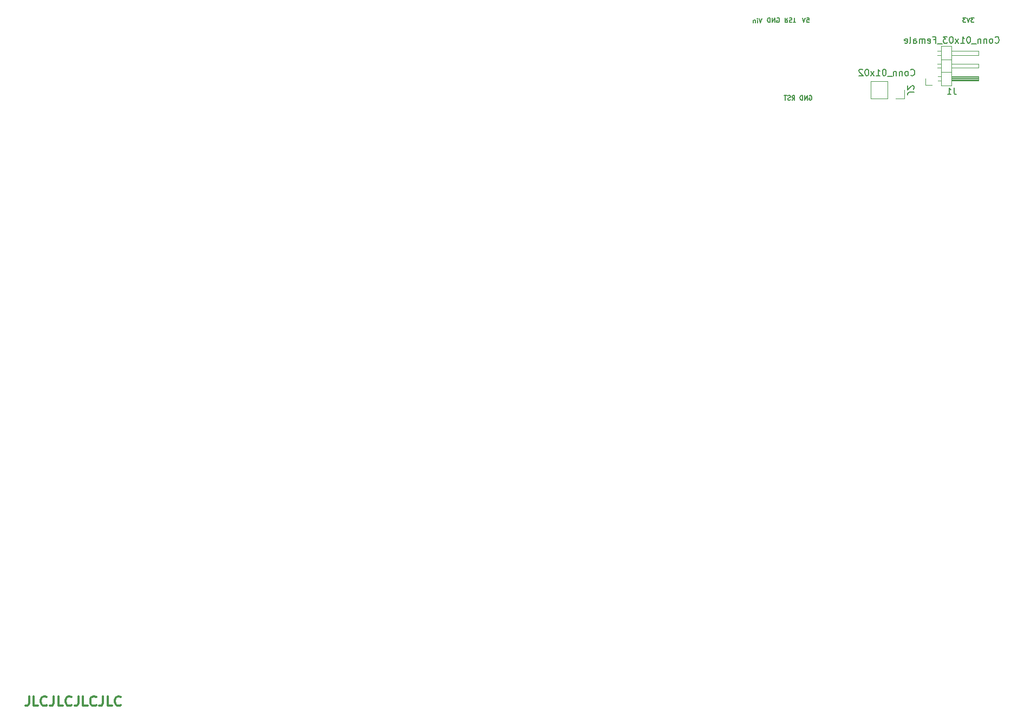
<source format=gbo>
G04 #@! TF.GenerationSoftware,KiCad,Pcbnew,(5.1.8)-1*
G04 #@! TF.CreationDate,2021-04-27T09:48:36+02:00*
G04 #@! TF.ProjectId,crispy-keyboard,63726973-7079-42d6-9b65-79626f617264,rev?*
G04 #@! TF.SameCoordinates,Original*
G04 #@! TF.FileFunction,Legend,Bot*
G04 #@! TF.FilePolarity,Positive*
%FSLAX46Y46*%
G04 Gerber Fmt 4.6, Leading zero omitted, Abs format (unit mm)*
G04 Created by KiCad (PCBNEW (5.1.8)-1) date 2021-04-27 09:48:36*
%MOMM*%
%LPD*%
G01*
G04 APERTURE LIST*
%ADD10C,0.300000*%
%ADD11C,0.120000*%
%ADD12C,0.150000*%
G04 APERTURE END LIST*
D10*
X194216568Y-170641271D02*
X194216568Y-171712700D01*
X194145140Y-171926985D01*
X194002282Y-172069842D01*
X193787997Y-172141271D01*
X193645140Y-172141271D01*
X195645140Y-172141271D02*
X194930854Y-172141271D01*
X194930854Y-170641271D01*
X197002282Y-171998414D02*
X196930854Y-172069842D01*
X196716568Y-172141271D01*
X196573711Y-172141271D01*
X196359425Y-172069842D01*
X196216568Y-171926985D01*
X196145140Y-171784128D01*
X196073711Y-171498414D01*
X196073711Y-171284128D01*
X196145140Y-170998414D01*
X196216568Y-170855557D01*
X196359425Y-170712700D01*
X196573711Y-170641271D01*
X196716568Y-170641271D01*
X196930854Y-170712700D01*
X197002282Y-170784128D01*
X198073711Y-170641271D02*
X198073711Y-171712700D01*
X198002282Y-171926985D01*
X197859425Y-172069842D01*
X197645140Y-172141271D01*
X197502282Y-172141271D01*
X199502282Y-172141271D02*
X198787997Y-172141271D01*
X198787997Y-170641271D01*
X200859425Y-171998414D02*
X200787997Y-172069842D01*
X200573711Y-172141271D01*
X200430854Y-172141271D01*
X200216568Y-172069842D01*
X200073711Y-171926985D01*
X200002282Y-171784128D01*
X199930854Y-171498414D01*
X199930854Y-171284128D01*
X200002282Y-170998414D01*
X200073711Y-170855557D01*
X200216568Y-170712700D01*
X200430854Y-170641271D01*
X200573711Y-170641271D01*
X200787997Y-170712700D01*
X200859425Y-170784128D01*
X201930854Y-170641271D02*
X201930854Y-171712700D01*
X201859425Y-171926985D01*
X201716568Y-172069842D01*
X201502282Y-172141271D01*
X201359425Y-172141271D01*
X203359425Y-172141271D02*
X202645140Y-172141271D01*
X202645140Y-170641271D01*
X204716568Y-171998414D02*
X204645140Y-172069842D01*
X204430854Y-172141271D01*
X204287997Y-172141271D01*
X204073711Y-172069842D01*
X203930854Y-171926985D01*
X203859425Y-171784128D01*
X203787997Y-171498414D01*
X203787997Y-171284128D01*
X203859425Y-170998414D01*
X203930854Y-170855557D01*
X204073711Y-170712700D01*
X204287997Y-170641271D01*
X204430854Y-170641271D01*
X204645140Y-170712700D01*
X204716568Y-170784128D01*
X205787997Y-170641271D02*
X205787997Y-171712700D01*
X205716568Y-171926985D01*
X205573711Y-172069842D01*
X205359425Y-172141271D01*
X205216568Y-172141271D01*
X207216568Y-172141271D02*
X206502282Y-172141271D01*
X206502282Y-170641271D01*
X208573711Y-171998414D02*
X208502282Y-172069842D01*
X208287997Y-172141271D01*
X208145140Y-172141271D01*
X207930854Y-172069842D01*
X207787997Y-171926985D01*
X207716568Y-171784128D01*
X207645140Y-171498414D01*
X207645140Y-171284128D01*
X207716568Y-170998414D01*
X207787997Y-170855557D01*
X207930854Y-170712700D01*
X208145140Y-170641271D01*
X208287997Y-170641271D01*
X208502282Y-170712700D01*
X208573711Y-170784128D01*
D11*
X331042320Y-77182020D02*
X331042320Y-75852020D01*
X329712320Y-77182020D02*
X331042320Y-77182020D01*
X328442320Y-77182020D02*
X328442320Y-74522020D01*
X328442320Y-74522020D02*
X325842320Y-74522020D01*
X328442320Y-77182020D02*
X325842320Y-77182020D01*
X325842320Y-77182020D02*
X325842320Y-74522020D01*
X334391760Y-75076560D02*
X335391760Y-75076560D01*
X334391760Y-74076560D02*
X334391760Y-75076560D01*
X336273874Y-69766560D02*
X336831760Y-69766560D01*
X336273874Y-70386560D02*
X336831760Y-70386560D01*
X342651760Y-69766560D02*
X338451760Y-69766560D01*
X342651760Y-70386560D02*
X342651760Y-69766560D01*
X338451760Y-70386560D02*
X342651760Y-70386560D01*
X336831760Y-71076560D02*
X338451760Y-71076560D01*
X336273874Y-71766560D02*
X336831760Y-71766560D01*
X336273874Y-72386560D02*
X336831760Y-72386560D01*
X342651760Y-71766560D02*
X338451760Y-71766560D01*
X342651760Y-72386560D02*
X342651760Y-71766560D01*
X338451760Y-72386560D02*
X342651760Y-72386560D01*
X336831760Y-73076560D02*
X338451760Y-73076560D01*
X336326760Y-73766560D02*
X336831760Y-73766560D01*
X336326760Y-74386560D02*
X336831760Y-74386560D01*
X338451760Y-73846560D02*
X342651760Y-73846560D01*
X338451760Y-73966560D02*
X342651760Y-73966560D01*
X338451760Y-74086560D02*
X342651760Y-74086560D01*
X338451760Y-74206560D02*
X342651760Y-74206560D01*
X338451760Y-74326560D02*
X342651760Y-74326560D01*
X342651760Y-73766560D02*
X338451760Y-73766560D01*
X342651760Y-74386560D02*
X342651760Y-73766560D01*
X338451760Y-74386560D02*
X342651760Y-74386560D01*
X338451760Y-75136560D02*
X336831760Y-75136560D01*
X338451760Y-69016560D02*
X338451760Y-75136560D01*
X336831760Y-69016560D02*
X338451760Y-69016560D01*
X336831760Y-75136560D02*
X336831760Y-69016560D01*
D12*
X332589939Y-76185353D02*
X331875653Y-76185353D01*
X331732796Y-76232972D01*
X331637558Y-76328210D01*
X331589939Y-76471067D01*
X331589939Y-76566305D01*
X332494700Y-75756781D02*
X332542320Y-75709162D01*
X332589939Y-75613924D01*
X332589939Y-75375829D01*
X332542320Y-75280591D01*
X332494700Y-75232972D01*
X332399462Y-75185353D01*
X332304224Y-75185353D01*
X332161367Y-75232972D01*
X331589939Y-75804400D01*
X331589939Y-75185353D01*
X332078815Y-73516762D02*
X332126434Y-73564381D01*
X332269291Y-73612000D01*
X332364529Y-73612000D01*
X332507386Y-73564381D01*
X332602624Y-73469143D01*
X332650243Y-73373905D01*
X332697862Y-73183429D01*
X332697862Y-73040572D01*
X332650243Y-72850096D01*
X332602624Y-72754858D01*
X332507386Y-72659620D01*
X332364529Y-72612000D01*
X332269291Y-72612000D01*
X332126434Y-72659620D01*
X332078815Y-72707239D01*
X331507386Y-73612000D02*
X331602624Y-73564381D01*
X331650243Y-73516762D01*
X331697862Y-73421524D01*
X331697862Y-73135810D01*
X331650243Y-73040572D01*
X331602624Y-72992953D01*
X331507386Y-72945334D01*
X331364529Y-72945334D01*
X331269291Y-72992953D01*
X331221672Y-73040572D01*
X331174053Y-73135810D01*
X331174053Y-73421524D01*
X331221672Y-73516762D01*
X331269291Y-73564381D01*
X331364529Y-73612000D01*
X331507386Y-73612000D01*
X330745481Y-72945334D02*
X330745481Y-73612000D01*
X330745481Y-73040572D02*
X330697862Y-72992953D01*
X330602624Y-72945334D01*
X330459767Y-72945334D01*
X330364529Y-72992953D01*
X330316910Y-73088191D01*
X330316910Y-73612000D01*
X329840720Y-72945334D02*
X329840720Y-73612000D01*
X329840720Y-73040572D02*
X329793100Y-72992953D01*
X329697862Y-72945334D01*
X329555005Y-72945334D01*
X329459767Y-72992953D01*
X329412148Y-73088191D01*
X329412148Y-73612000D01*
X329174053Y-73707239D02*
X328412148Y-73707239D01*
X327983577Y-72612000D02*
X327888339Y-72612000D01*
X327793100Y-72659620D01*
X327745481Y-72707239D01*
X327697862Y-72802477D01*
X327650243Y-72992953D01*
X327650243Y-73231048D01*
X327697862Y-73421524D01*
X327745481Y-73516762D01*
X327793100Y-73564381D01*
X327888339Y-73612000D01*
X327983577Y-73612000D01*
X328078815Y-73564381D01*
X328126434Y-73516762D01*
X328174053Y-73421524D01*
X328221672Y-73231048D01*
X328221672Y-72992953D01*
X328174053Y-72802477D01*
X328126434Y-72707239D01*
X328078815Y-72659620D01*
X327983577Y-72612000D01*
X326697862Y-73612000D02*
X327269291Y-73612000D01*
X326983577Y-73612000D02*
X326983577Y-72612000D01*
X327078815Y-72754858D01*
X327174053Y-72850096D01*
X327269291Y-72897715D01*
X326364529Y-73612000D02*
X325840720Y-72945334D01*
X326364529Y-72945334D02*
X325840720Y-73612000D01*
X325269291Y-72612000D02*
X325174053Y-72612000D01*
X325078815Y-72659620D01*
X325031196Y-72707239D01*
X324983577Y-72802477D01*
X324935958Y-72992953D01*
X324935958Y-73231048D01*
X324983577Y-73421524D01*
X325031196Y-73516762D01*
X325078815Y-73564381D01*
X325174053Y-73612000D01*
X325269291Y-73612000D01*
X325364529Y-73564381D01*
X325412148Y-73516762D01*
X325459767Y-73421524D01*
X325507386Y-73231048D01*
X325507386Y-72992953D01*
X325459767Y-72802477D01*
X325412148Y-72707239D01*
X325364529Y-72659620D01*
X325269291Y-72612000D01*
X324555005Y-72707239D02*
X324507386Y-72659620D01*
X324412148Y-72612000D01*
X324174053Y-72612000D01*
X324078815Y-72659620D01*
X324031196Y-72707239D01*
X323983577Y-72802477D01*
X323983577Y-72897715D01*
X324031196Y-73040572D01*
X324602624Y-73612000D01*
X323983577Y-73612000D01*
X338825093Y-75528940D02*
X338825093Y-76243226D01*
X338872712Y-76386083D01*
X338967950Y-76481321D01*
X339110807Y-76528940D01*
X339206045Y-76528940D01*
X337825093Y-76528940D02*
X338396521Y-76528940D01*
X338110807Y-76528940D02*
X338110807Y-75528940D01*
X338206045Y-75671798D01*
X338301283Y-75767036D01*
X338396521Y-75814655D01*
X345277474Y-68433702D02*
X345325093Y-68481321D01*
X345467950Y-68528940D01*
X345563188Y-68528940D01*
X345706045Y-68481321D01*
X345801283Y-68386083D01*
X345848902Y-68290845D01*
X345896521Y-68100369D01*
X345896521Y-67957512D01*
X345848902Y-67767036D01*
X345801283Y-67671798D01*
X345706045Y-67576560D01*
X345563188Y-67528940D01*
X345467950Y-67528940D01*
X345325093Y-67576560D01*
X345277474Y-67624179D01*
X344706045Y-68528940D02*
X344801283Y-68481321D01*
X344848902Y-68433702D01*
X344896521Y-68338464D01*
X344896521Y-68052750D01*
X344848902Y-67957512D01*
X344801283Y-67909893D01*
X344706045Y-67862274D01*
X344563188Y-67862274D01*
X344467950Y-67909893D01*
X344420331Y-67957512D01*
X344372712Y-68052750D01*
X344372712Y-68338464D01*
X344420331Y-68433702D01*
X344467950Y-68481321D01*
X344563188Y-68528940D01*
X344706045Y-68528940D01*
X343944140Y-67862274D02*
X343944140Y-68528940D01*
X343944140Y-67957512D02*
X343896521Y-67909893D01*
X343801283Y-67862274D01*
X343658426Y-67862274D01*
X343563188Y-67909893D01*
X343515569Y-68005131D01*
X343515569Y-68528940D01*
X343039379Y-67862274D02*
X343039379Y-68528940D01*
X343039379Y-67957512D02*
X342991760Y-67909893D01*
X342896521Y-67862274D01*
X342753664Y-67862274D01*
X342658426Y-67909893D01*
X342610807Y-68005131D01*
X342610807Y-68528940D01*
X342372712Y-68624179D02*
X341610807Y-68624179D01*
X341182236Y-67528940D02*
X341086998Y-67528940D01*
X340991760Y-67576560D01*
X340944140Y-67624179D01*
X340896521Y-67719417D01*
X340848902Y-67909893D01*
X340848902Y-68147988D01*
X340896521Y-68338464D01*
X340944140Y-68433702D01*
X340991760Y-68481321D01*
X341086998Y-68528940D01*
X341182236Y-68528940D01*
X341277474Y-68481321D01*
X341325093Y-68433702D01*
X341372712Y-68338464D01*
X341420331Y-68147988D01*
X341420331Y-67909893D01*
X341372712Y-67719417D01*
X341325093Y-67624179D01*
X341277474Y-67576560D01*
X341182236Y-67528940D01*
X339896521Y-68528940D02*
X340467950Y-68528940D01*
X340182236Y-68528940D02*
X340182236Y-67528940D01*
X340277474Y-67671798D01*
X340372712Y-67767036D01*
X340467950Y-67814655D01*
X339563188Y-68528940D02*
X339039379Y-67862274D01*
X339563188Y-67862274D02*
X339039379Y-68528940D01*
X338467950Y-67528940D02*
X338372712Y-67528940D01*
X338277474Y-67576560D01*
X338229855Y-67624179D01*
X338182236Y-67719417D01*
X338134617Y-67909893D01*
X338134617Y-68147988D01*
X338182236Y-68338464D01*
X338229855Y-68433702D01*
X338277474Y-68481321D01*
X338372712Y-68528940D01*
X338467950Y-68528940D01*
X338563188Y-68481321D01*
X338610807Y-68433702D01*
X338658426Y-68338464D01*
X338706045Y-68147988D01*
X338706045Y-67909893D01*
X338658426Y-67719417D01*
X338610807Y-67624179D01*
X338563188Y-67576560D01*
X338467950Y-67528940D01*
X337801283Y-67528940D02*
X337182236Y-67528940D01*
X337515569Y-67909893D01*
X337372712Y-67909893D01*
X337277474Y-67957512D01*
X337229855Y-68005131D01*
X337182236Y-68100369D01*
X337182236Y-68338464D01*
X337229855Y-68433702D01*
X337277474Y-68481321D01*
X337372712Y-68528940D01*
X337658426Y-68528940D01*
X337753664Y-68481321D01*
X337801283Y-68433702D01*
X336991760Y-68624179D02*
X336229855Y-68624179D01*
X335658426Y-68005131D02*
X335991760Y-68005131D01*
X335991760Y-68528940D02*
X335991760Y-67528940D01*
X335515569Y-67528940D01*
X334753664Y-68481321D02*
X334848902Y-68528940D01*
X335039379Y-68528940D01*
X335134617Y-68481321D01*
X335182236Y-68386083D01*
X335182236Y-68005131D01*
X335134617Y-67909893D01*
X335039379Y-67862274D01*
X334848902Y-67862274D01*
X334753664Y-67909893D01*
X334706045Y-68005131D01*
X334706045Y-68100369D01*
X335182236Y-68195607D01*
X334277474Y-68528940D02*
X334277474Y-67862274D01*
X334277474Y-67957512D02*
X334229855Y-67909893D01*
X334134617Y-67862274D01*
X333991760Y-67862274D01*
X333896521Y-67909893D01*
X333848902Y-68005131D01*
X333848902Y-68528940D01*
X333848902Y-68005131D02*
X333801283Y-67909893D01*
X333706045Y-67862274D01*
X333563188Y-67862274D01*
X333467950Y-67909893D01*
X333420331Y-68005131D01*
X333420331Y-68528940D01*
X332515569Y-68528940D02*
X332515569Y-68005131D01*
X332563188Y-67909893D01*
X332658426Y-67862274D01*
X332848902Y-67862274D01*
X332944140Y-67909893D01*
X332515569Y-68481321D02*
X332610807Y-68528940D01*
X332848902Y-68528940D01*
X332944140Y-68481321D01*
X332991760Y-68386083D01*
X332991760Y-68290845D01*
X332944140Y-68195607D01*
X332848902Y-68147988D01*
X332610807Y-68147988D01*
X332515569Y-68100369D01*
X331896521Y-68528940D02*
X331991760Y-68481321D01*
X332039379Y-68386083D01*
X332039379Y-67528940D01*
X331134617Y-68481321D02*
X331229855Y-68528940D01*
X331420331Y-68528940D01*
X331515569Y-68481321D01*
X331563188Y-68386083D01*
X331563188Y-68005131D01*
X331515569Y-67909893D01*
X331420331Y-67862274D01*
X331229855Y-67862274D01*
X331134617Y-67909893D01*
X331086998Y-68005131D01*
X331086998Y-68100369D01*
X331563188Y-68195607D01*
X308813586Y-64673686D02*
X308580253Y-65373686D01*
X308346920Y-64673686D01*
X308113586Y-65373686D02*
X308113586Y-64907020D01*
X308113586Y-64673686D02*
X308146920Y-64707020D01*
X308113586Y-64740353D01*
X308080253Y-64707020D01*
X308113586Y-64673686D01*
X308113586Y-64740353D01*
X307780253Y-64907020D02*
X307780253Y-65373686D01*
X307780253Y-64973686D02*
X307746920Y-64940353D01*
X307680253Y-64907020D01*
X307580253Y-64907020D01*
X307513586Y-64940353D01*
X307480253Y-65007020D01*
X307480253Y-65373686D01*
X311157553Y-64618120D02*
X311224220Y-64584786D01*
X311324220Y-64584786D01*
X311424220Y-64618120D01*
X311490886Y-64684786D01*
X311524220Y-64751453D01*
X311557553Y-64884786D01*
X311557553Y-64984786D01*
X311524220Y-65118120D01*
X311490886Y-65184786D01*
X311424220Y-65251453D01*
X311324220Y-65284786D01*
X311257553Y-65284786D01*
X311157553Y-65251453D01*
X311124220Y-65218120D01*
X311124220Y-64984786D01*
X311257553Y-64984786D01*
X310824220Y-65284786D02*
X310824220Y-64584786D01*
X310424220Y-65284786D01*
X310424220Y-64584786D01*
X310090886Y-65284786D02*
X310090886Y-64584786D01*
X309924220Y-64584786D01*
X309824220Y-64618120D01*
X309757553Y-64684786D01*
X309724220Y-64751453D01*
X309690886Y-64884786D01*
X309690886Y-64984786D01*
X309724220Y-65118120D01*
X309757553Y-65184786D01*
X309824220Y-65251453D01*
X309924220Y-65284786D01*
X310090886Y-65284786D01*
X313529773Y-77425986D02*
X313763106Y-77092653D01*
X313929773Y-77425986D02*
X313929773Y-76725986D01*
X313663106Y-76725986D01*
X313596440Y-76759320D01*
X313563106Y-76792653D01*
X313529773Y-76859320D01*
X313529773Y-76959320D01*
X313563106Y-77025986D01*
X313596440Y-77059320D01*
X313663106Y-77092653D01*
X313929773Y-77092653D01*
X313263106Y-77392653D02*
X313163106Y-77425986D01*
X312996440Y-77425986D01*
X312929773Y-77392653D01*
X312896440Y-77359320D01*
X312863106Y-77292653D01*
X312863106Y-77225986D01*
X312896440Y-77159320D01*
X312929773Y-77125986D01*
X312996440Y-77092653D01*
X313129773Y-77059320D01*
X313196440Y-77025986D01*
X313229773Y-76992653D01*
X313263106Y-76925986D01*
X313263106Y-76859320D01*
X313229773Y-76792653D01*
X313196440Y-76759320D01*
X313129773Y-76725986D01*
X312963106Y-76725986D01*
X312863106Y-76759320D01*
X312663106Y-76725986D02*
X312263106Y-76725986D01*
X312463106Y-77425986D02*
X312463106Y-76725986D01*
X315827393Y-64559386D02*
X316160726Y-64559386D01*
X316194060Y-64892720D01*
X316160726Y-64859386D01*
X316094060Y-64826053D01*
X315927393Y-64826053D01*
X315860726Y-64859386D01*
X315827393Y-64892720D01*
X315794060Y-64959386D01*
X315794060Y-65126053D01*
X315827393Y-65192720D01*
X315860726Y-65226053D01*
X315927393Y-65259386D01*
X316094060Y-65259386D01*
X316160726Y-65226053D01*
X316194060Y-65192720D01*
X315594060Y-64559386D02*
X315360726Y-65259386D01*
X315127393Y-64559386D01*
X316219773Y-76759320D02*
X316286440Y-76725986D01*
X316386440Y-76725986D01*
X316486440Y-76759320D01*
X316553106Y-76825986D01*
X316586440Y-76892653D01*
X316619773Y-77025986D01*
X316619773Y-77125986D01*
X316586440Y-77259320D01*
X316553106Y-77325986D01*
X316486440Y-77392653D01*
X316386440Y-77425986D01*
X316319773Y-77425986D01*
X316219773Y-77392653D01*
X316186440Y-77359320D01*
X316186440Y-77125986D01*
X316319773Y-77125986D01*
X315886440Y-77425986D02*
X315886440Y-76725986D01*
X315486440Y-77425986D01*
X315486440Y-76725986D01*
X315153106Y-77425986D02*
X315153106Y-76725986D01*
X314986440Y-76725986D01*
X314886440Y-76759320D01*
X314819773Y-76825986D01*
X314786440Y-76892653D01*
X314753106Y-77025986D01*
X314753106Y-77125986D01*
X314786440Y-77259320D01*
X314819773Y-77325986D01*
X314886440Y-77392653D01*
X314986440Y-77425986D01*
X315153106Y-77425986D01*
X312818986Y-64562553D02*
X312585653Y-64895886D01*
X312418986Y-64562553D02*
X312418986Y-65262553D01*
X312685653Y-65262553D01*
X312752320Y-65229220D01*
X312785653Y-65195886D01*
X312818986Y-65129220D01*
X312818986Y-65029220D01*
X312785653Y-64962553D01*
X312752320Y-64929220D01*
X312685653Y-64895886D01*
X312418986Y-64895886D01*
X313085653Y-64595886D02*
X313185653Y-64562553D01*
X313352320Y-64562553D01*
X313418986Y-64595886D01*
X313452320Y-64629220D01*
X313485653Y-64695886D01*
X313485653Y-64762553D01*
X313452320Y-64829220D01*
X313418986Y-64862553D01*
X313352320Y-64895886D01*
X313218986Y-64929220D01*
X313152320Y-64962553D01*
X313118986Y-64995886D01*
X313085653Y-65062553D01*
X313085653Y-65129220D01*
X313118986Y-65195886D01*
X313152320Y-65229220D01*
X313218986Y-65262553D01*
X313385653Y-65262553D01*
X313485653Y-65229220D01*
X313685653Y-65262553D02*
X314085653Y-65262553D01*
X313885653Y-64562553D02*
X313885653Y-65262553D01*
X341960726Y-64561926D02*
X341527393Y-64561926D01*
X341760726Y-64828593D01*
X341660726Y-64828593D01*
X341594060Y-64861926D01*
X341560726Y-64895260D01*
X341527393Y-64961926D01*
X341527393Y-65128593D01*
X341560726Y-65195260D01*
X341594060Y-65228593D01*
X341660726Y-65261926D01*
X341860726Y-65261926D01*
X341927393Y-65228593D01*
X341960726Y-65195260D01*
X341327393Y-64561926D02*
X341094060Y-65261926D01*
X340860726Y-64561926D01*
X340694060Y-64561926D02*
X340260726Y-64561926D01*
X340494060Y-64828593D01*
X340394060Y-64828593D01*
X340327393Y-64861926D01*
X340294060Y-64895260D01*
X340260726Y-64961926D01*
X340260726Y-65128593D01*
X340294060Y-65195260D01*
X340327393Y-65228593D01*
X340394060Y-65261926D01*
X340594060Y-65261926D01*
X340660726Y-65228593D01*
X340694060Y-65195260D01*
M02*

</source>
